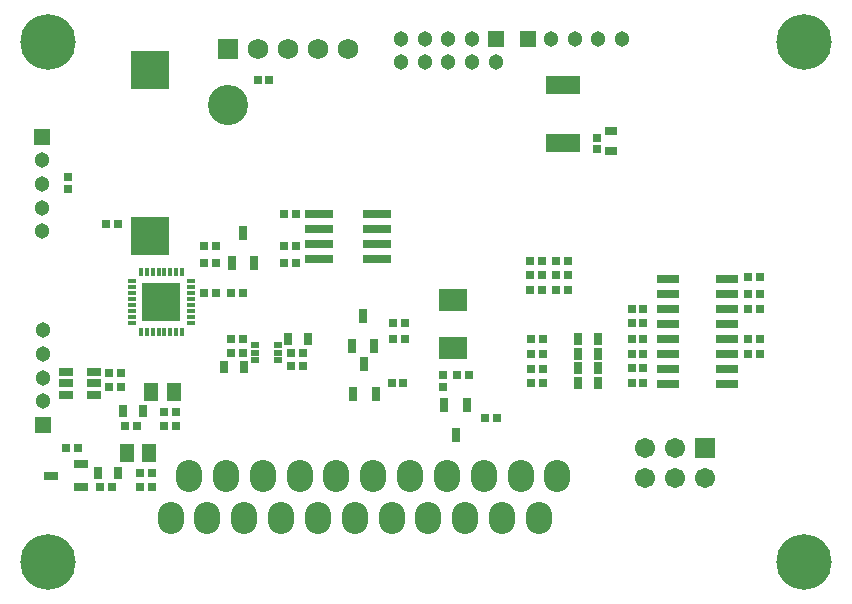
<source format=gbs>
G04*
G04 #@! TF.GenerationSoftware,Altium Limited,Altium Designer,21.9.2 (33)*
G04*
G04 Layer_Color=16711935*
%FSLAX43Y43*%
%MOMM*%
G71*
G04*
G04 #@! TF.SameCoordinates,9D24D331-474F-48DA-8462-8B92FA671CE3*
G04*
G04*
G04 #@! TF.FilePolarity,Negative*
G04*
G01*
G75*
%ADD50R,0.803X0.703*%
%ADD53R,0.803X1.153*%
%ADD54R,0.703X0.803*%
%ADD55R,2.353X0.803*%
%ADD61R,0.803X1.003*%
%ADD68R,1.153X0.803*%
%ADD71R,1.203X1.503*%
%ADD72O,2.203X2.703*%
%ADD73C,4.703*%
%ADD74C,3.403*%
%ADD75C,1.303*%
%ADD76R,1.353X1.353*%
%ADD77O,2.203X2.703*%
%ADD78C,1.727*%
%ADD79R,1.727X1.727*%
%ADD80C,1.703*%
%ADD81R,1.703X1.703*%
%ADD82R,1.353X1.353*%
%ADD119R,1.953X0.803*%
%ADD120R,2.363X1.983*%
%ADD121R,3.003X1.603*%
%ADD122R,0.702X0.522*%
%ADD123R,1.003X0.803*%
%ADD124R,3.203X3.203*%
%ADD125R,0.701X0.301*%
%ADD126R,0.301X0.701*%
%ADD127R,3.303X3.303*%
D50*
X8900Y31600D02*
D03*
X7900D02*
D03*
X18500Y25758D02*
D03*
X19500D02*
D03*
X23000Y29700D02*
D03*
X24000D02*
D03*
X8400Y9300D02*
D03*
X7400D02*
D03*
X10800D02*
D03*
X11800D02*
D03*
X10800Y10500D02*
D03*
X11800D02*
D03*
X4500Y12600D02*
D03*
X5500D02*
D03*
X9500Y14500D02*
D03*
X10500D02*
D03*
X12800D02*
D03*
X13800D02*
D03*
X62300Y27100D02*
D03*
X63300D02*
D03*
Y25700D02*
D03*
X62300D02*
D03*
X63300Y21900D02*
D03*
X62300D02*
D03*
X63300Y24400D02*
D03*
X62300D02*
D03*
Y20600D02*
D03*
X63300D02*
D03*
X52400Y21900D02*
D03*
X53400D02*
D03*
Y20600D02*
D03*
X52400D02*
D03*
Y19400D02*
D03*
X53400D02*
D03*
X52400Y18100D02*
D03*
X53400D02*
D03*
Y24400D02*
D03*
X52400D02*
D03*
X53400Y23200D02*
D03*
X52400D02*
D03*
X44900Y21900D02*
D03*
X43900D02*
D03*
X44900Y20600D02*
D03*
X43900D02*
D03*
Y19300D02*
D03*
X44900D02*
D03*
X43900Y18100D02*
D03*
X44900D02*
D03*
X40985Y15148D02*
D03*
X39985D02*
D03*
X16200Y29700D02*
D03*
X17200D02*
D03*
Y28300D02*
D03*
X16200D02*
D03*
X43800Y26000D02*
D03*
X44800D02*
D03*
X43800Y28500D02*
D03*
X44800D02*
D03*
X43800Y27300D02*
D03*
X44800D02*
D03*
X47000Y26000D02*
D03*
X46000D02*
D03*
X47000Y28500D02*
D03*
X46000D02*
D03*
X47000Y27300D02*
D03*
X46000D02*
D03*
X38600Y18800D02*
D03*
X37600D02*
D03*
X8200Y19000D02*
D03*
X9200D02*
D03*
X23000Y32453D02*
D03*
X24000D02*
D03*
X20740Y43800D02*
D03*
X21740D02*
D03*
X33186Y23208D02*
D03*
X32186D02*
D03*
X33186Y21900D02*
D03*
X32186D02*
D03*
X12800Y15700D02*
D03*
X13800D02*
D03*
X33086Y18100D02*
D03*
X32086D02*
D03*
X9186Y17808D02*
D03*
X8186D02*
D03*
X17200Y25758D02*
D03*
X16200D02*
D03*
X24600Y19562D02*
D03*
X23600D02*
D03*
X18500Y20700D02*
D03*
X19500D02*
D03*
X24600D02*
D03*
X23600D02*
D03*
X24000Y28300D02*
D03*
X23000D02*
D03*
X19500Y21900D02*
D03*
X18500D02*
D03*
D53*
X37500Y13725D02*
D03*
X38450Y16275D02*
D03*
X36550D02*
D03*
X19500Y30875D02*
D03*
X18550Y28325D02*
D03*
X20450D02*
D03*
X29686Y23783D02*
D03*
X28736Y21233D02*
D03*
X30636D02*
D03*
X29786Y19783D02*
D03*
X28836Y17233D02*
D03*
X30736D02*
D03*
D54*
X4700Y34600D02*
D03*
Y35600D02*
D03*
X36400Y18800D02*
D03*
Y17800D02*
D03*
X49486Y38922D02*
D03*
Y37922D02*
D03*
D55*
X30825Y32453D02*
D03*
Y31183D02*
D03*
Y29913D02*
D03*
Y28643D02*
D03*
X25975Y32453D02*
D03*
Y31183D02*
D03*
Y29913D02*
D03*
Y28643D02*
D03*
D61*
X7250Y10500D02*
D03*
X8950D02*
D03*
X19574Y19500D02*
D03*
X17874D02*
D03*
X11050Y15800D02*
D03*
X9350D02*
D03*
X49550Y21900D02*
D03*
X47850D02*
D03*
Y18100D02*
D03*
X49550D02*
D03*
X47850Y20600D02*
D03*
X49550D02*
D03*
Y19400D02*
D03*
X47850D02*
D03*
X23336Y21908D02*
D03*
X25036D02*
D03*
D68*
X3225Y10300D02*
D03*
X5775Y9350D02*
D03*
Y11250D02*
D03*
X6875Y18100D02*
D03*
Y17150D02*
D03*
Y19050D02*
D03*
X4525D02*
D03*
Y18100D02*
D03*
Y17150D02*
D03*
D71*
X9650Y12200D02*
D03*
X11550D02*
D03*
X11750Y17400D02*
D03*
X13650D02*
D03*
D72*
X18056Y10308D02*
D03*
X24293D02*
D03*
X32090Y6695D02*
D03*
X30531Y10308D02*
D03*
X14937D02*
D03*
X21175D02*
D03*
X39886D02*
D03*
X36768D02*
D03*
X22734Y6695D02*
D03*
X35208D02*
D03*
X33649Y10308D02*
D03*
X28971Y6695D02*
D03*
X44564D02*
D03*
X16497D02*
D03*
X46124Y10308D02*
D03*
X27412D02*
D03*
X41445Y6695D02*
D03*
X19615D02*
D03*
X25852D02*
D03*
X13377D02*
D03*
X43021Y10308D02*
D03*
D73*
X3000Y3000D02*
D03*
X67000D02*
D03*
Y47000D02*
D03*
X3000D02*
D03*
D74*
X18200Y41700D02*
D03*
D75*
X2600Y22600D02*
D03*
Y16600D02*
D03*
Y18600D02*
D03*
Y20600D02*
D03*
X2500Y30998D02*
D03*
Y36998D02*
D03*
Y34998D02*
D03*
Y32998D02*
D03*
X49600Y47300D02*
D03*
X47600D02*
D03*
X45600D02*
D03*
X51600D02*
D03*
X34900Y45300D02*
D03*
X36900D02*
D03*
X38900D02*
D03*
X40900D02*
D03*
X38900Y47300D02*
D03*
X36900D02*
D03*
X34900D02*
D03*
X32900D02*
D03*
Y45300D02*
D03*
D76*
X2600Y14600D02*
D03*
X2500Y38998D02*
D03*
D77*
X38327Y6695D02*
D03*
D78*
X20740Y46400D02*
D03*
X23280D02*
D03*
X25820D02*
D03*
X28360D02*
D03*
D79*
X18200D02*
D03*
D80*
X53541Y10135D02*
D03*
Y12675D02*
D03*
X56081Y10135D02*
D03*
Y12675D02*
D03*
X58621Y10135D02*
D03*
D81*
Y12675D02*
D03*
D82*
X43600Y47300D02*
D03*
X40900D02*
D03*
D119*
X60500Y26945D02*
D03*
Y25675D02*
D03*
Y24405D02*
D03*
Y23135D02*
D03*
Y21865D02*
D03*
Y20595D02*
D03*
Y19325D02*
D03*
Y18055D02*
D03*
X55500Y25675D02*
D03*
Y24405D02*
D03*
Y23135D02*
D03*
Y21865D02*
D03*
Y20595D02*
D03*
Y19325D02*
D03*
Y18055D02*
D03*
Y26945D02*
D03*
D120*
X37300Y21140D02*
D03*
Y25200D02*
D03*
D121*
X46594Y43372D02*
D03*
Y38472D02*
D03*
D122*
X22450Y20700D02*
D03*
Y21350D02*
D03*
Y20050D02*
D03*
X20550Y21350D02*
D03*
Y20700D02*
D03*
Y20050D02*
D03*
D123*
X50686Y39460D02*
D03*
Y37760D02*
D03*
D124*
X11600Y30600D02*
D03*
Y44600D02*
D03*
D125*
X10075Y23258D02*
D03*
Y23758D02*
D03*
Y24258D02*
D03*
Y24758D02*
D03*
Y25258D02*
D03*
Y25758D02*
D03*
Y26258D02*
D03*
Y26758D02*
D03*
X15125D02*
D03*
Y26258D02*
D03*
Y25758D02*
D03*
Y25258D02*
D03*
Y24758D02*
D03*
Y24258D02*
D03*
Y23758D02*
D03*
Y23258D02*
D03*
D126*
X10850Y27533D02*
D03*
X11350D02*
D03*
X11850D02*
D03*
X12350D02*
D03*
X12850D02*
D03*
X13350D02*
D03*
X13850D02*
D03*
X14350D02*
D03*
Y22483D02*
D03*
X13850D02*
D03*
X13350D02*
D03*
X12850D02*
D03*
X12350D02*
D03*
X11850D02*
D03*
X11350D02*
D03*
X10850D02*
D03*
D127*
X12600Y25008D02*
D03*
M02*

</source>
